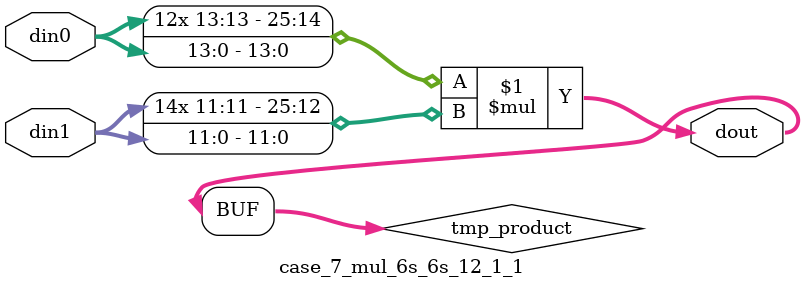
<source format=v>

`timescale 1 ns / 1 ps

 (* use_dsp = "no" *)  module case_7_mul_6s_6s_12_1_1(din0, din1, dout);
parameter ID = 1;
parameter NUM_STAGE = 0;
parameter din0_WIDTH = 14;
parameter din1_WIDTH = 12;
parameter dout_WIDTH = 26;

input [din0_WIDTH - 1 : 0] din0; 
input [din1_WIDTH - 1 : 0] din1; 
output [dout_WIDTH - 1 : 0] dout;

wire signed [dout_WIDTH - 1 : 0] tmp_product;



























assign tmp_product = $signed(din0) * $signed(din1);








assign dout = tmp_product;





















endmodule

</source>
